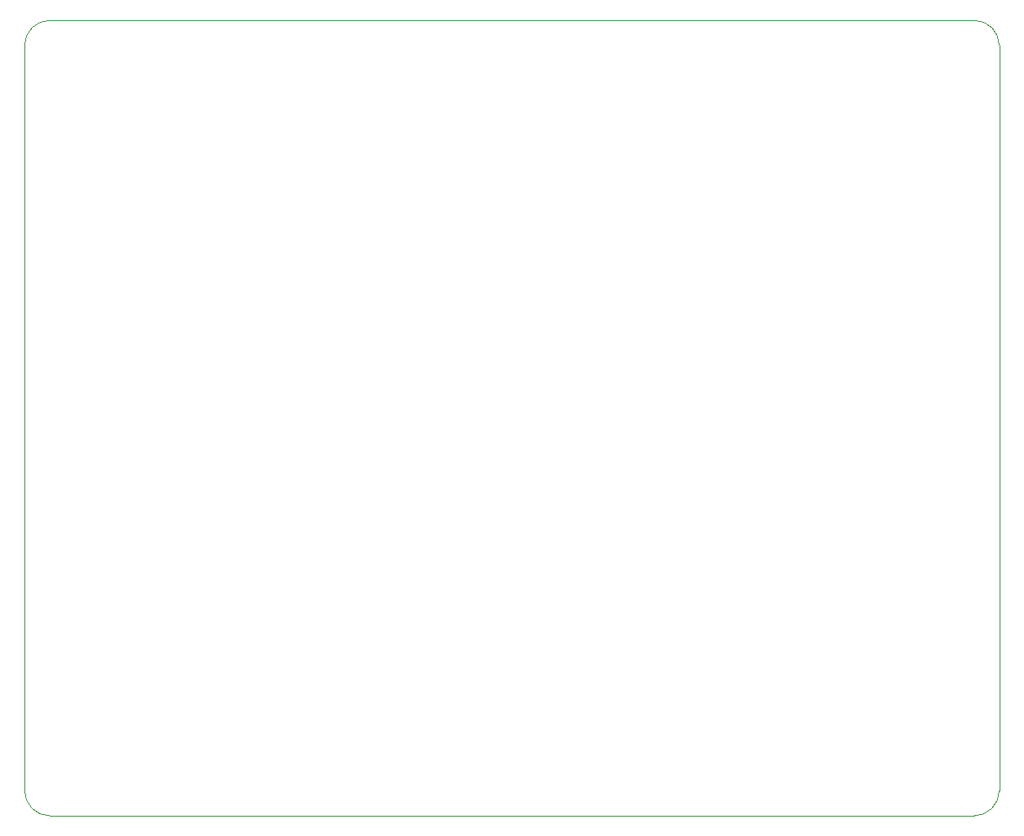
<source format=gbr>
%TF.GenerationSoftware,KiCad,Pcbnew,(6.0.7)*%
%TF.CreationDate,2022-10-15T00:00:42+09:00*%
%TF.ProjectId,minidexed shield,6d696e69-6465-4786-9564-20736869656c,rev?*%
%TF.SameCoordinates,Original*%
%TF.FileFunction,Profile,NP*%
%FSLAX46Y46*%
G04 Gerber Fmt 4.6, Leading zero omitted, Abs format (unit mm)*
G04 Created by KiCad (PCBNEW (6.0.7)) date 2022-10-15 00:00:42*
%MOMM*%
%LPD*%
G01*
G04 APERTURE LIST*
%TA.AperFunction,Profile*%
%ADD10C,0.050000*%
%TD*%
G04 APERTURE END LIST*
D10*
X187500000Y-139880000D02*
X189053949Y-139880000D01*
X191593949Y-137340000D02*
X191593949Y-62410000D01*
X96146100Y-139883000D02*
X187500000Y-139880000D01*
X191593900Y-62410000D02*
G75*
G03*
X189053949Y-59870000I-2540000J0D01*
G01*
X93606100Y-62413000D02*
X93606100Y-137343000D01*
X93606100Y-137343000D02*
G75*
G03*
X96146100Y-139883000I2540000J0D01*
G01*
X189053949Y-59870000D02*
X96146100Y-59873000D01*
X96146100Y-59873000D02*
G75*
G03*
X93606100Y-62413000I0J-2540000D01*
G01*
X189053949Y-139880049D02*
G75*
G03*
X191593949Y-137340000I-49J2540049D01*
G01*
M02*

</source>
